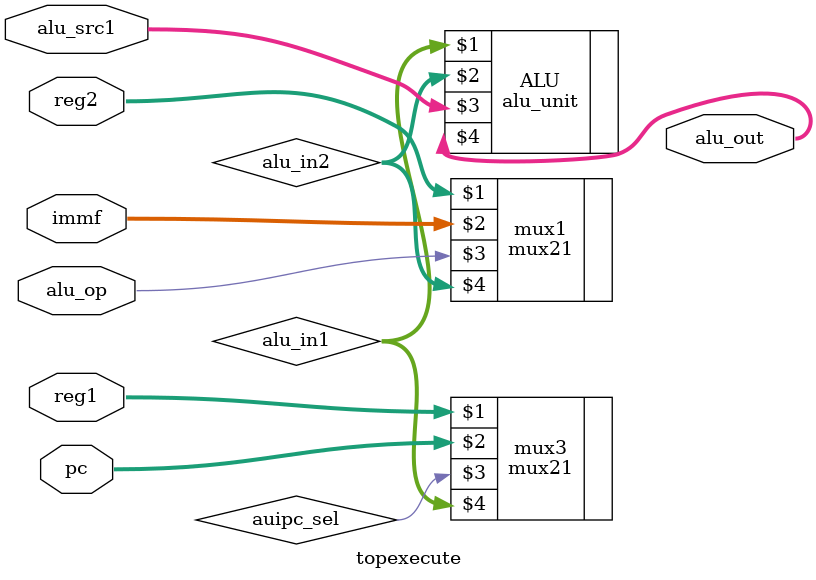
<source format=sv>
module topexecute(input logic [31:0] reg1,reg2,immf,pc,
input logic alu_op,input logic [3:0]alu_src1,
output logic [31:0] alu_out);

logic [31:0] alu_in2,alu_in1;
mux21 mux3(reg1,pc,auipc_sel,alu_in1);
mux21 mux1(reg2,immf,alu_op,alu_in2);
alu_unit ALU(alu_in1,alu_in2,alu_src1,alu_out);
endmodule

</source>
